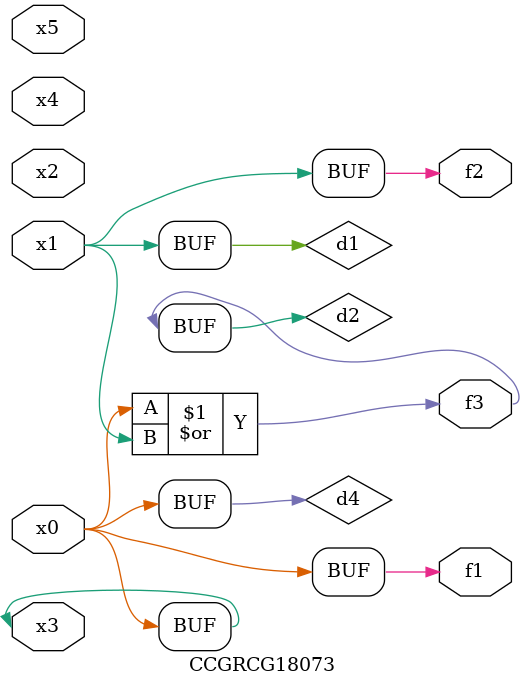
<source format=v>
module CCGRCG18073(
	input x0, x1, x2, x3, x4, x5,
	output f1, f2, f3
);

	wire d1, d2, d3, d4;

	and (d1, x1);
	or (d2, x0, x1);
	nand (d3, x0, x5);
	buf (d4, x0, x3);
	assign f1 = d4;
	assign f2 = d1;
	assign f3 = d2;
endmodule

</source>
